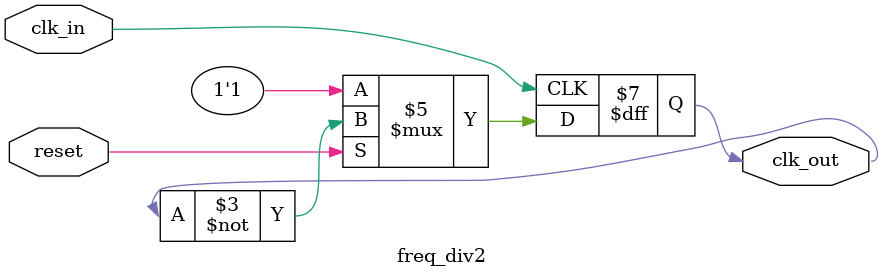
<source format=v>
`timescale 1 ns / 1 ns

module freq_div2(output reg clk_out,
		input clk_in,
		input reset);

always @ (posedge clk_in)
begin 
	if (!reset) clk_out <= 1;
	else clk_out <= ~clk_out;
end

endmodule

</source>
